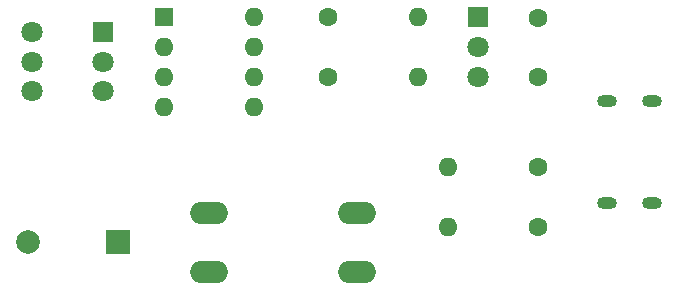
<source format=gbl>
%TF.GenerationSoftware,KiCad,Pcbnew,8.0.8*%
%TF.CreationDate,2025-02-03T23:06:03+05:30*%
%TF.ProjectId,pomodoro_timer,706f6d6f-646f-4726-9f5f-74696d65722e,rev?*%
%TF.SameCoordinates,Original*%
%TF.FileFunction,Copper,L2,Bot*%
%TF.FilePolarity,Positive*%
%FSLAX46Y46*%
G04 Gerber Fmt 4.6, Leading zero omitted, Abs format (unit mm)*
G04 Created by KiCad (PCBNEW 8.0.8) date 2025-02-03 23:06:03*
%MOMM*%
%LPD*%
G01*
G04 APERTURE LIST*
%TA.AperFunction,ComponentPad*%
%ADD10R,1.600000X1.600000*%
%TD*%
%TA.AperFunction,ComponentPad*%
%ADD11O,1.600000X1.600000*%
%TD*%
%TA.AperFunction,ComponentPad*%
%ADD12R,1.800000X1.800000*%
%TD*%
%TA.AperFunction,ComponentPad*%
%ADD13C,1.800000*%
%TD*%
%TA.AperFunction,ComponentPad*%
%ADD14C,1.600000*%
%TD*%
%TA.AperFunction,ComponentPad*%
%ADD15O,3.200000X1.900000*%
%TD*%
%TA.AperFunction,ComponentPad*%
%ADD16R,2.000000X2.000000*%
%TD*%
%TA.AperFunction,ComponentPad*%
%ADD17C,2.000000*%
%TD*%
%TA.AperFunction,HeatsinkPad*%
%ADD18O,1.700000X1.000000*%
%TD*%
G04 APERTURE END LIST*
D10*
%TO.P,U1,1,~{RESET}/PB5*%
%TO.N,unconnected-(U1-~{RESET}{slash}PB5-Pad1)*%
X101700000Y-68580000D03*
D11*
%TO.P,U1,2,XTAL1/PB3*%
%TO.N,Net-(SW2-A)*%
X101700000Y-71120000D03*
%TO.P,U1,3,XTAL2/PB4*%
%TO.N,unconnected-(U1-XTAL2{slash}PB4-Pad3)*%
X101700000Y-73660000D03*
%TO.P,U1,4,GND*%
%TO.N,GND*%
X101700000Y-76200000D03*
%TO.P,U1,5,AREF/PB0*%
%TO.N,Net-(U1-AREF{slash}PB0)*%
X109320000Y-76200000D03*
%TO.P,U1,6,PB1*%
%TO.N,Net-(U1-PB1)*%
X109320000Y-73660000D03*
%TO.P,U1,7,PB2*%
%TO.N,Net-(U1-PB2)*%
X109320000Y-71120000D03*
%TO.P,U1,8,VCC*%
%TO.N,VCC*%
X109320000Y-68580000D03*
%TD*%
D12*
%TO.P,SW2,1,A*%
%TO.N,Net-(SW2-A)*%
X96520000Y-69850000D03*
D13*
%TO.P,SW2,2,B*%
%TO.N,Net-(BZ1-+)*%
X96520000Y-72350000D03*
%TO.P,SW2,3*%
%TO.N,N/C*%
X96520000Y-74850000D03*
%TO.P,SW2,4*%
X90520000Y-69850000D03*
%TO.P,SW2,5*%
X90520000Y-72350000D03*
%TO.P,SW2,6*%
X90520000Y-74850000D03*
%TD*%
D14*
%TO.P,CC2_R1,1*%
%TO.N,Net-(J1-CC2)*%
X133350000Y-81280000D03*
D11*
%TO.P,CC2_R1,2*%
%TO.N,GND*%
X125730000Y-81280000D03*
%TD*%
D15*
%TO.P,SW1,1,1*%
%TO.N,Net-(U1-AREF{slash}PB0)*%
X105510000Y-85130000D03*
X118010000Y-85130000D03*
%TO.P,SW1,2,2*%
%TO.N,GND*%
X105510000Y-90130000D03*
X118010000Y-90130000D03*
%TD*%
D14*
%TO.P,LED1_R1,1*%
%TO.N,Net-(U1-PB1)*%
X115570000Y-73660000D03*
D11*
%TO.P,LED1_R1,2*%
%TO.N,Net-(D1-A2)*%
X123190000Y-73660000D03*
%TD*%
D12*
%TO.P,D1,1,A1*%
%TO.N,Net-(D1-A1)*%
X128270000Y-68580000D03*
D13*
%TO.P,D1,2,K*%
%TO.N,GND*%
X128270000Y-71120000D03*
%TO.P,D1,3,A2*%
%TO.N,Net-(D1-A2)*%
X128270000Y-73660000D03*
%TD*%
D14*
%TO.P,C1,1*%
%TO.N,VCC*%
X133350000Y-68660000D03*
%TO.P,C1,2*%
%TO.N,GND*%
X133350000Y-73660000D03*
%TD*%
%TO.P,LED2_R1,1*%
%TO.N,Net-(U1-PB2)*%
X115570000Y-68580000D03*
D11*
%TO.P,LED2_R1,2*%
%TO.N,Net-(D1-A1)*%
X123190000Y-68580000D03*
%TD*%
D14*
%TO.P,CC1_R1,1*%
%TO.N,Net-(J1-CC1)*%
X133350000Y-86360000D03*
D11*
%TO.P,CC1_R1,2*%
%TO.N,GND*%
X125730000Y-86360000D03*
%TD*%
D16*
%TO.P,BZ1,1,+*%
%TO.N,Net-(BZ1-+)*%
X97780000Y-87630000D03*
D17*
%TO.P,BZ1,2,-*%
%TO.N,GND*%
X90180000Y-87630000D03*
%TD*%
D18*
%TO.P,J1,S1,SHIELD*%
%TO.N,GND*%
X139240000Y-84330000D03*
X143040000Y-84330000D03*
X139240000Y-75690000D03*
X143040000Y-75690000D03*
%TD*%
M02*

</source>
